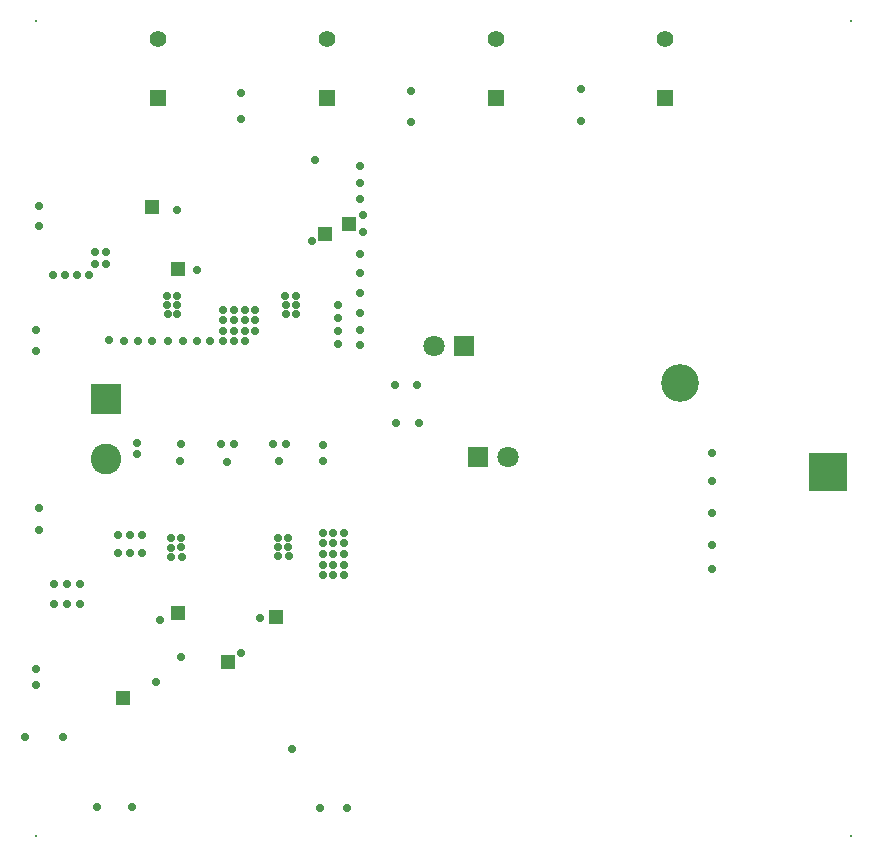
<source format=gbs>
G04*
G04 #@! TF.GenerationSoftware,Altium Limited,Altium Designer,20.1.12 (249)*
G04*
G04 Layer_Color=16711935*
%FSLAX44Y44*%
%MOMM*%
G71*
G04*
G04 #@! TF.SameCoordinates,CC81BD5A-250F-4E5F-800E-8ED098A84927*
G04*
G04*
G04 #@! TF.FilePolarity,Negative*
G04*
G01*
G75*
%ADD40C,1.8032*%
%ADD41R,1.8032X1.8032*%
%ADD42C,1.4032*%
%ADD43R,1.4032X1.4032*%
%ADD44C,0.2000*%
%ADD45R,3.2032X3.2032*%
%ADD46C,3.2032*%
%ADD47R,2.6032X2.6032*%
%ADD48C,2.6032*%
%ADD49C,0.7016*%
%ADD72R,1.2032X1.2032*%
D40*
X429700Y351465D02*
D03*
X367300Y445000D02*
D03*
D41*
X404300Y351465D02*
D03*
X392700Y445000D02*
D03*
D42*
X276835Y705000D02*
D03*
X133792D02*
D03*
X419878D02*
D03*
X562920D02*
D03*
D43*
X276835Y655000D02*
D03*
X133792D02*
D03*
X419878D02*
D03*
X562920D02*
D03*
D44*
X30000Y720000D02*
D03*
Y30000D02*
D03*
X720000D02*
D03*
Y720000D02*
D03*
D45*
X701000Y338500D02*
D03*
D46*
X576000Y413500D02*
D03*
D47*
X90000Y400400D02*
D03*
D48*
Y349600D02*
D03*
D49*
X307000Y556000D02*
D03*
Y542000D02*
D03*
X263750Y534250D02*
D03*
X244250Y267250D02*
D03*
X235500D02*
D03*
X244000Y275250D02*
D03*
X235500Y275000D02*
D03*
X243750Y282750D02*
D03*
X235500Y283000D02*
D03*
X153750Y266750D02*
D03*
X145000D02*
D03*
X153500Y274750D02*
D03*
X145000Y274500D02*
D03*
X153250Y282250D02*
D03*
X145000Y282500D02*
D03*
X250350Y472000D02*
D03*
X242100Y472250D02*
D03*
X250350Y480000D02*
D03*
X241850Y479750D02*
D03*
X250350Y487750D02*
D03*
X241600D02*
D03*
X150100Y472000D02*
D03*
X141850Y472250D02*
D03*
X150100Y480000D02*
D03*
X141600Y479750D02*
D03*
X150100Y487750D02*
D03*
X141350D02*
D03*
X80000Y525000D02*
D03*
X90000D02*
D03*
X273000Y348000D02*
D03*
X236000D02*
D03*
X116000Y354000D02*
D03*
X152000Y348000D02*
D03*
X192000Y347000D02*
D03*
X273000Y361000D02*
D03*
X282000Y251000D02*
D03*
X355000Y380000D02*
D03*
X335000D02*
D03*
X353000Y412000D02*
D03*
X334000D02*
D03*
X166373Y509445D02*
D03*
X220000Y215000D02*
D03*
X135000Y213000D02*
D03*
X150000Y560000D02*
D03*
X204000Y185000D02*
D03*
X132000Y161000D02*
D03*
X603000Y256000D02*
D03*
Y277000D02*
D03*
Y304000D02*
D03*
Y331000D02*
D03*
Y355000D02*
D03*
X153000Y182000D02*
D03*
X120000Y270000D02*
D03*
X110000D02*
D03*
X100000D02*
D03*
X120000Y285000D02*
D03*
X110000D02*
D03*
X100000D02*
D03*
X68000Y227000D02*
D03*
X57000D02*
D03*
X46000D02*
D03*
X68000Y244000D02*
D03*
X57000D02*
D03*
X46000D02*
D03*
X247000Y104000D02*
D03*
X291000Y251000D02*
D03*
Y260000D02*
D03*
X267000Y603000D02*
D03*
X305000Y598000D02*
D03*
Y507000D02*
D03*
Y523000D02*
D03*
X286000Y447000D02*
D03*
Y458000D02*
D03*
Y469000D02*
D03*
Y480000D02*
D03*
X305000Y446000D02*
D03*
Y459000D02*
D03*
Y473000D02*
D03*
Y490000D02*
D03*
Y570000D02*
D03*
Y583000D02*
D03*
X30000Y172000D02*
D03*
Y158000D02*
D03*
X33000Y564000D02*
D03*
Y547000D02*
D03*
X30000Y459000D02*
D03*
Y441000D02*
D03*
X33000Y308000D02*
D03*
Y289000D02*
D03*
X53000Y114000D02*
D03*
X21000D02*
D03*
X294000Y54000D02*
D03*
X271000D02*
D03*
X112000Y55000D02*
D03*
X82000D02*
D03*
X492000Y636000D02*
D03*
Y663000D02*
D03*
X348000Y635000D02*
D03*
Y661000D02*
D03*
X204000Y637000D02*
D03*
Y659000D02*
D03*
X216000Y458000D02*
D03*
X207000D02*
D03*
X216000Y467000D02*
D03*
X207000D02*
D03*
X216000Y476000D02*
D03*
X207000D02*
D03*
X198000Y458000D02*
D03*
X189000D02*
D03*
X198000Y467000D02*
D03*
X189000D02*
D03*
X198000Y476000D02*
D03*
X189000D02*
D03*
X207000Y449000D02*
D03*
X198000D02*
D03*
X189000D02*
D03*
X178000D02*
D03*
X167000D02*
D03*
X155000D02*
D03*
X142000D02*
D03*
X129000D02*
D03*
X117000D02*
D03*
X105000D02*
D03*
X92000Y450000D02*
D03*
X242000Y362000D02*
D03*
X231000D02*
D03*
X198000D02*
D03*
X187000D02*
D03*
X153000D02*
D03*
X116000Y363000D02*
D03*
X65000Y505000D02*
D03*
X75000D02*
D03*
X55000D02*
D03*
X45000D02*
D03*
X90000Y515000D02*
D03*
X80000D02*
D03*
X273000Y251000D02*
D03*
X282000Y260000D02*
D03*
X273000D02*
D03*
X291000Y269000D02*
D03*
X282000D02*
D03*
X273000D02*
D03*
X291000Y278000D02*
D03*
X282000D02*
D03*
X273000D02*
D03*
X291000Y287000D02*
D03*
X282000D02*
D03*
X273000D02*
D03*
D72*
X295000Y548500D02*
D03*
X275000Y540000D02*
D03*
X234000Y216000D02*
D03*
X151000Y510000D02*
D03*
X193000Y178000D02*
D03*
X129000Y563000D02*
D03*
X151000Y219000D02*
D03*
X104000Y147000D02*
D03*
M02*

</source>
